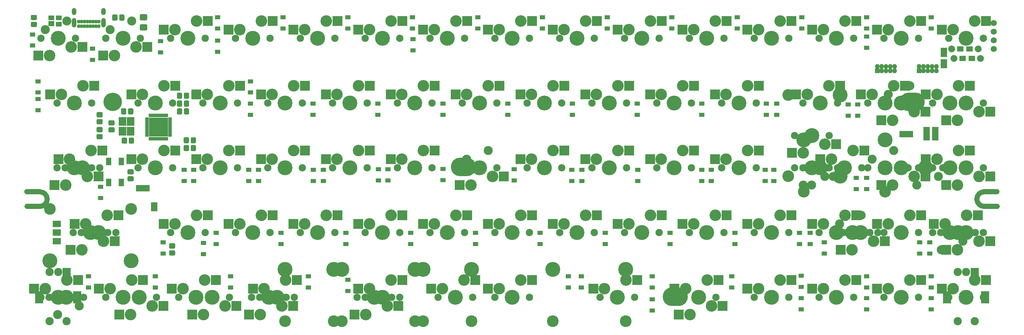
<source format=gbs>
G04 #@! TF.GenerationSoftware,KiCad,Pcbnew,(5.1.6-0-10_14)*
G04 #@! TF.CreationDate,2020-10-11T16:31:34+09:00*
G04 #@! TF.ProjectId,Jones,4a6f6e65-732e-46b6-9963-61645f706362,v.0.2*
G04 #@! TF.SameCoordinates,Original*
G04 #@! TF.FileFunction,Soldermask,Bot*
G04 #@! TF.FilePolarity,Negative*
%FSLAX46Y46*%
G04 Gerber Fmt 4.6, Leading zero omitted, Abs format (unit mm)*
G04 Created by KiCad (PCBNEW (5.1.6-0-10_14)) date 2020-10-11 16:31:34*
%MOMM*%
%LPD*%
G01*
G04 APERTURE LIST*
%ADD10C,1.500000*%
%ADD11C,3.400000*%
%ADD12C,4.387800*%
%ADD13C,2.150000*%
%ADD14R,2.950000X2.900000*%
%ADD15R,1.800000X1.600000*%
%ADD16R,1.800000X1.400000*%
%ADD17C,1.400000*%
%ADD18C,5.400000*%
%ADD19O,7.400240X5.400000*%
%ADD20R,2.200000X2.500000*%
%ADD21R,2.400000X2.400000*%
%ADD22C,2.400000*%
%ADD23R,2.400000X3.600000*%
%ADD24R,1.600000X1.300000*%
%ADD25R,1.500000X2.200000*%
%ADD26R,1.400000X1.900000*%
%ADD27C,1.797000*%
%ADD28R,0.650000X1.100000*%
%ADD29R,1.100000X0.650000*%
%ADD30R,1.687500X1.687500*%
%ADD31C,1.100000*%
%ADD32O,1.300000X2.800000*%
%ADD33O,1.300000X2.100000*%
%ADD34C,2.650000*%
%ADD35C,3.448000*%
%ADD36R,2.400000X1.924000*%
%ADD37R,1.900000X1.400000*%
%ADD38R,1.400000X1.400000*%
%ADD39O,1.400000X1.400000*%
%ADD40R,1.900000X1.600000*%
%ADD41C,2.000000*%
G04 APERTURE END LIST*
D10*
X22600000Y-76900000D02*
X26400000Y-76900000D01*
X22650000Y-81200000D02*
X26450000Y-81200000D01*
X307600000Y-81200000D02*
X303800000Y-81200000D01*
X307550000Y-76900000D02*
X303750000Y-76900000D01*
X301650000Y-79050000D02*
G75*
G03*
X303800000Y-81200000I2150000J0D01*
G01*
X301650000Y-79050000D02*
G75*
G02*
X303800000Y-76900000I2150000J0D01*
G01*
X28550000Y-79050000D02*
G75*
G02*
X26400000Y-81200000I-2150000J0D01*
G01*
X28550000Y-79050000D02*
G75*
G03*
X26400000Y-76900000I-2150000J0D01*
G01*
D11*
X139090000Y-64795200D03*
D12*
X136550000Y-69875200D03*
D11*
X132740000Y-67335200D03*
D13*
X131470000Y-69875200D03*
X141630000Y-69875200D03*
D14*
X129465000Y-67335200D03*
X142392000Y-64795200D03*
X266216840Y-26695040D03*
X253289840Y-29235040D03*
D13*
X265454840Y-31775040D03*
X255294840Y-31775040D03*
D11*
X256564840Y-29235040D03*
D12*
X260374840Y-31775040D03*
D11*
X262914840Y-26695040D03*
X281966080Y-26695080D03*
D12*
X279426080Y-31775080D03*
D11*
X275616080Y-29235080D03*
D13*
X274346080Y-31775080D03*
X284506080Y-31775080D03*
D14*
X272341080Y-29235080D03*
X285268080Y-26695080D03*
D11*
X120040000Y-64795200D03*
D12*
X117500000Y-69875200D03*
D11*
X113690000Y-67335200D03*
D13*
X112420000Y-69875200D03*
X122580000Y-69875200D03*
D14*
X110415000Y-67335200D03*
X123342000Y-64795200D03*
G36*
G01*
X24086956Y-24850040D02*
X25213044Y-24850040D01*
G75*
G02*
X25550000Y-25186996I0J-336956D01*
G01*
X25550000Y-26063084D01*
G75*
G02*
X25213044Y-26400040I-336956J0D01*
G01*
X24086956Y-26400040D01*
G75*
G02*
X23750000Y-26063084I0J336956D01*
G01*
X23750000Y-25186996D01*
G75*
G02*
X24086956Y-24850040I336956J0D01*
G01*
G37*
G36*
G01*
X24086956Y-26900040D02*
X25213044Y-26900040D01*
G75*
G02*
X25550000Y-27236996I0J-336956D01*
G01*
X25550000Y-28113084D01*
G75*
G02*
X25213044Y-28450040I-336956J0D01*
G01*
X24086956Y-28450040D01*
G75*
G02*
X23750000Y-28113084I0J336956D01*
G01*
X23750000Y-27236996D01*
G75*
G02*
X24086956Y-26900040I336956J0D01*
G01*
G37*
D15*
X29750000Y-27420040D03*
D16*
X29750000Y-25700040D03*
X31950000Y-25700040D03*
X31950000Y-27600040D03*
D17*
X305842035Y-76850000D03*
X305850000Y-81200000D03*
X302250000Y-80550000D03*
X303800000Y-76850000D03*
X303800000Y-81200000D03*
X301650000Y-79050000D03*
X302250000Y-77550000D03*
X27950000Y-80550000D03*
D18*
X47800000Y-50450000D03*
D19*
X150800000Y-69550000D03*
X213100000Y-107750000D03*
X282650000Y-50450000D03*
D17*
X47800000Y-48550000D03*
X45900000Y-50450000D03*
X49700000Y-50450000D03*
X47800000Y-52350000D03*
X46450000Y-49100000D03*
X49050000Y-49100000D03*
X46450000Y-51750000D03*
X49050000Y-51800000D03*
X282650000Y-48600000D03*
X282650000Y-52300000D03*
X283850000Y-52300000D03*
X281450000Y-52300000D03*
X281450000Y-48600000D03*
X283850000Y-48583000D03*
X213150000Y-105900000D03*
X213100000Y-109600000D03*
X214350000Y-105900000D03*
X211950000Y-105900000D03*
X211900000Y-109600000D03*
X214300000Y-109600000D03*
X150800000Y-67700000D03*
X152000000Y-67700000D03*
X149600000Y-67700000D03*
X150800000Y-71450000D03*
X149600000Y-71450000D03*
X152000000Y-71450000D03*
X28550000Y-79050000D03*
X26400000Y-76900000D03*
X26400000Y-81250000D03*
X27950000Y-77550000D03*
X24350000Y-76900000D03*
X24357965Y-81250000D03*
D14*
X66192000Y-45745120D03*
X53265000Y-48285120D03*
D13*
X65430000Y-50825120D03*
X55270000Y-50825120D03*
D11*
X56540000Y-48285120D03*
D12*
X60350000Y-50825120D03*
D11*
X62890000Y-45745120D03*
X62890000Y-64795200D03*
D12*
X60350000Y-69875200D03*
D11*
X56540000Y-67335200D03*
D13*
X55270000Y-69875200D03*
X65430000Y-69875200D03*
D14*
X53265000Y-67335200D03*
X66192000Y-64795200D03*
X180492640Y-64795200D03*
X167565640Y-67335200D03*
D13*
X179730640Y-69875200D03*
X169570640Y-69875200D03*
D11*
X170840640Y-67335200D03*
D12*
X174650640Y-69875200D03*
D11*
X177190640Y-64795200D03*
X39077500Y-45745120D03*
D12*
X36537500Y-50825120D03*
D11*
X32727500Y-48285120D03*
D13*
X31457500Y-50825120D03*
X41617500Y-50825120D03*
D14*
X29452500Y-48285120D03*
X42379500Y-45745120D03*
D20*
X53000000Y-56200040D03*
X53000000Y-59100040D03*
X50700000Y-59100040D03*
X50700000Y-56200040D03*
G36*
G01*
X51800000Y-52686996D02*
X51800000Y-53813084D01*
G75*
G02*
X51463044Y-54150040I-336956J0D01*
G01*
X50586956Y-54150040D01*
G75*
G02*
X50250000Y-53813084I0J336956D01*
G01*
X50250000Y-52686996D01*
G75*
G02*
X50586956Y-52350040I336956J0D01*
G01*
X51463044Y-52350040D01*
G75*
G02*
X51800000Y-52686996I0J-336956D01*
G01*
G37*
G36*
G01*
X53850000Y-52686996D02*
X53850000Y-53813084D01*
G75*
G02*
X53513044Y-54150040I-336956J0D01*
G01*
X52636956Y-54150040D01*
G75*
G02*
X52300000Y-53813084I0J336956D01*
G01*
X52300000Y-52686996D01*
G75*
G02*
X52636956Y-52350040I336956J0D01*
G01*
X53513044Y-52350040D01*
G75*
G02*
X53850000Y-52686996I0J-336956D01*
G01*
G37*
G36*
G01*
X48013044Y-57400040D02*
X46886956Y-57400040D01*
G75*
G02*
X46550000Y-57063084I0J336956D01*
G01*
X46550000Y-56186996D01*
G75*
G02*
X46886956Y-55850040I336956J0D01*
G01*
X48013044Y-55850040D01*
G75*
G02*
X48350000Y-56186996I0J-336956D01*
G01*
X48350000Y-57063084D01*
G75*
G02*
X48013044Y-57400040I-336956J0D01*
G01*
G37*
G36*
G01*
X48013044Y-59450040D02*
X46886956Y-59450040D01*
G75*
G02*
X46550000Y-59113084I0J336956D01*
G01*
X46550000Y-58236996D01*
G75*
G02*
X46886956Y-57900040I336956J0D01*
G01*
X48013044Y-57900040D01*
G75*
G02*
X48350000Y-58236996I0J-336956D01*
G01*
X48350000Y-59113084D01*
G75*
G02*
X48013044Y-59450040I-336956J0D01*
G01*
G37*
G36*
G01*
X50450000Y-62413084D02*
X50450000Y-61286996D01*
G75*
G02*
X50786956Y-60950040I336956J0D01*
G01*
X51663044Y-60950040D01*
G75*
G02*
X52000000Y-61286996I0J-336956D01*
G01*
X52000000Y-62413084D01*
G75*
G02*
X51663044Y-62750040I-336956J0D01*
G01*
X50786956Y-62750040D01*
G75*
G02*
X50450000Y-62413084I0J336956D01*
G01*
G37*
G36*
G01*
X52500000Y-62413084D02*
X52500000Y-61286996D01*
G75*
G02*
X52836956Y-60950040I336956J0D01*
G01*
X53713044Y-60950040D01*
G75*
G02*
X54050000Y-61286996I0J-336956D01*
G01*
X54050000Y-62413084D01*
G75*
G02*
X53713044Y-62750040I-336956J0D01*
G01*
X52836956Y-62750040D01*
G75*
G02*
X52500000Y-62413084I0J336956D01*
G01*
G37*
D21*
X300993580Y-100465550D03*
D22*
X298493580Y-100465550D03*
X295993580Y-100465550D03*
D23*
X304093580Y-107965550D03*
X292893580Y-107965550D03*
D22*
X300993580Y-114965550D03*
X295993580Y-114965550D03*
D14*
X44983000Y-36855040D03*
X57910000Y-34315040D03*
D13*
X45745000Y-31775040D03*
X55905000Y-31775040D03*
D11*
X54635000Y-34315040D03*
D12*
X50825000Y-31775040D03*
D11*
X48285000Y-36855040D03*
D24*
X106650000Y-51000040D03*
X106650000Y-54300040D03*
X25850000Y-44400040D03*
X25850000Y-47700040D03*
X41850000Y-34800040D03*
X41850000Y-38100040D03*
X78650000Y-25600040D03*
X78650000Y-28900040D03*
X97850000Y-25600040D03*
X97850000Y-28900040D03*
X116850000Y-25600040D03*
X116850000Y-28900040D03*
X135850000Y-25600040D03*
X135850000Y-28900040D03*
X155050000Y-25600040D03*
X155050000Y-28900040D03*
X174050000Y-25600040D03*
X174050000Y-28900040D03*
X193050000Y-25600040D03*
X193050000Y-28900040D03*
X212050000Y-25600040D03*
X212050000Y-28900040D03*
X231250000Y-25600040D03*
X231250000Y-28900040D03*
X250250000Y-25600040D03*
X250250000Y-28900040D03*
X269250000Y-25600040D03*
X269250000Y-28900040D03*
X269250000Y-31200040D03*
X269250000Y-34500040D03*
X266250000Y-72800040D03*
X266250000Y-76100040D03*
X25850000Y-52900040D03*
X25850000Y-49600040D03*
X88250000Y-47700040D03*
X88250000Y-44400040D03*
X88250000Y-51000040D03*
X88250000Y-54300040D03*
X125650000Y-54300040D03*
X125650000Y-51000040D03*
X144850000Y-51000040D03*
X144850000Y-54300040D03*
X220850000Y-54300040D03*
X220850000Y-51000040D03*
X239850000Y-54300040D03*
X239850000Y-51000040D03*
X163850000Y-51000040D03*
X163850000Y-54300040D03*
X182850000Y-51000040D03*
X182850000Y-54300040D03*
X201850000Y-51000040D03*
X201850000Y-54300040D03*
X242850000Y-51000040D03*
X242850000Y-54300040D03*
X263850000Y-51200040D03*
X263850000Y-54500040D03*
X288250000Y-25600040D03*
X288250000Y-28900040D03*
X44250000Y-75400040D03*
X44250000Y-78700040D03*
X68750000Y-70400040D03*
X68750000Y-73700040D03*
X87750000Y-70400040D03*
X87750000Y-73700040D03*
X106750000Y-70400040D03*
X106750000Y-73700040D03*
X125850000Y-73600040D03*
X125850000Y-70300040D03*
X128650000Y-73600040D03*
X128650000Y-70300040D03*
X220850000Y-73700040D03*
X220850000Y-70400040D03*
X239450000Y-73700040D03*
X239450000Y-70400040D03*
X165750000Y-73600040D03*
X165750000Y-70300040D03*
X185650000Y-73700040D03*
X185650000Y-70400040D03*
X202050000Y-73700040D03*
X202050000Y-70400040D03*
X242050000Y-73700040D03*
X242050000Y-70400040D03*
X266650000Y-54500040D03*
X266650000Y-51200040D03*
X74450000Y-95200040D03*
X74450000Y-91900040D03*
X78150000Y-92300040D03*
X78150000Y-89000040D03*
X97250000Y-92300040D03*
X97250000Y-89000040D03*
X116250000Y-92300040D03*
X116250000Y-89000040D03*
X135350000Y-92300040D03*
X135350000Y-89000040D03*
X154350000Y-92300040D03*
X154350000Y-89000040D03*
X230550000Y-92300040D03*
X230550000Y-89000040D03*
X249550000Y-92300040D03*
X249550000Y-89000040D03*
X173350000Y-92300040D03*
X173350000Y-89000040D03*
X192450000Y-92300040D03*
X192450000Y-89000040D03*
X211550000Y-92300040D03*
X211550000Y-89000040D03*
X256850000Y-95100040D03*
X256850000Y-91800040D03*
X284850000Y-95100040D03*
X284850000Y-91800040D03*
X40650000Y-105100040D03*
X40650000Y-101800040D03*
X82450000Y-105100040D03*
X82450000Y-101800040D03*
X105250000Y-105100040D03*
X105250000Y-101800040D03*
X116850000Y-106100040D03*
X116850000Y-102800040D03*
X229650000Y-105100040D03*
X229650000Y-101800040D03*
X269250000Y-105100040D03*
X269250000Y-101800040D03*
X288250000Y-101800040D03*
X288250000Y-105100040D03*
G36*
G01*
X57604824Y-29450040D02*
X56095176Y-29450040D01*
G75*
G02*
X55775000Y-29129864I0J320176D01*
G01*
X55775000Y-27945216D01*
G75*
G02*
X56095176Y-27625040I320176J0D01*
G01*
X57604824Y-27625040D01*
G75*
G02*
X57925000Y-27945216I0J-320176D01*
G01*
X57925000Y-29129864D01*
G75*
G02*
X57604824Y-29450040I-320176J0D01*
G01*
G37*
G36*
G01*
X57604824Y-26475040D02*
X56095176Y-26475040D01*
G75*
G02*
X55775000Y-26154864I0J320176D01*
G01*
X55775000Y-24970216D01*
G75*
G02*
X56095176Y-24650040I320176J0D01*
G01*
X57604824Y-24650040D01*
G75*
G02*
X57925000Y-24970216I0J-320176D01*
G01*
X57925000Y-26154864D01*
G75*
G02*
X57604824Y-26475040I-320176J0D01*
G01*
G37*
D25*
X50293860Y-74165870D03*
X46593860Y-67965870D03*
X46593860Y-74165870D03*
X50293860Y-67965870D03*
D24*
X250050000Y-104900040D03*
X250050000Y-101600040D03*
X250050000Y-108200040D03*
X250050000Y-111500040D03*
D11*
X29235000Y-36855040D03*
D12*
X31775000Y-31775040D03*
D11*
X35585000Y-34315040D03*
D13*
X36855000Y-31775040D03*
X26695000Y-31775040D03*
D14*
X38860000Y-34315040D03*
X25933000Y-36855040D03*
D11*
X72415000Y-83845280D03*
D12*
X69875000Y-88925280D03*
D11*
X66065000Y-86385280D03*
D13*
X64795000Y-88925280D03*
X74955000Y-88925280D03*
D14*
X62790000Y-86385280D03*
X75717000Y-83845280D03*
D11*
X72415000Y-26695040D03*
D12*
X69875000Y-31775040D03*
D11*
X66065000Y-29235040D03*
D13*
X64795000Y-31775040D03*
X74955000Y-31775040D03*
D14*
X62790000Y-29235040D03*
X75717000Y-26695040D03*
X85242000Y-45745120D03*
X72315000Y-48285120D03*
D13*
X84480000Y-50825120D03*
X74320000Y-50825120D03*
D11*
X75590000Y-48285120D03*
D12*
X79400000Y-50825120D03*
D11*
X81940000Y-45745120D03*
X81940000Y-64795200D03*
D12*
X79400000Y-69875200D03*
D11*
X75590000Y-67335200D03*
D13*
X74320000Y-69875200D03*
X84480000Y-69875200D03*
D14*
X72315000Y-67335200D03*
X85242000Y-64795200D03*
D11*
X91465000Y-83845280D03*
D12*
X88925000Y-88925280D03*
D11*
X85115000Y-86385280D03*
D13*
X83845000Y-88925280D03*
X94005000Y-88925280D03*
D14*
X81840000Y-86385280D03*
X94767000Y-83845280D03*
D11*
X91465000Y-26695040D03*
D12*
X88925000Y-31775040D03*
D11*
X85115000Y-29235040D03*
D13*
X83845000Y-31775040D03*
X94005000Y-31775040D03*
D14*
X81840000Y-29235040D03*
X94767000Y-26695040D03*
X104292000Y-45745120D03*
X91365000Y-48285120D03*
D13*
X103530000Y-50825120D03*
X93370000Y-50825120D03*
D11*
X94640000Y-48285120D03*
D12*
X98450000Y-50825120D03*
D11*
X100990000Y-45745120D03*
X100990000Y-64795200D03*
D12*
X98450000Y-69875200D03*
D11*
X94640000Y-67335200D03*
D13*
X93370000Y-69875200D03*
X103530000Y-69875200D03*
D14*
X91365000Y-67335200D03*
X104292000Y-64795200D03*
D11*
X110515000Y-83845280D03*
D12*
X107975000Y-88925280D03*
D11*
X104165000Y-86385280D03*
D13*
X102895000Y-88925280D03*
X113055000Y-88925280D03*
D14*
X100890000Y-86385280D03*
X113817000Y-83845280D03*
D11*
X110515000Y-26695040D03*
D12*
X107975000Y-31775040D03*
D11*
X104165000Y-29235040D03*
D13*
X102895000Y-31775040D03*
X113055000Y-31775040D03*
D14*
X100890000Y-29235040D03*
X113817000Y-26695040D03*
X123342000Y-45745120D03*
X110415000Y-48285120D03*
D13*
X122580000Y-50825120D03*
X112420000Y-50825120D03*
D11*
X113690000Y-48285120D03*
D12*
X117500000Y-50825120D03*
D11*
X120040000Y-45745120D03*
X129565000Y-83845280D03*
D12*
X127025000Y-88925280D03*
D11*
X123215000Y-86385280D03*
D13*
X121945000Y-88925280D03*
X132105000Y-88925280D03*
D14*
X119940000Y-86385280D03*
X132867000Y-83845280D03*
D11*
X129565000Y-26695040D03*
D12*
X127025000Y-31775040D03*
D11*
X123215000Y-29235040D03*
D13*
X121945000Y-31775040D03*
X132105000Y-31775040D03*
D14*
X119940000Y-29235040D03*
X132867000Y-26695040D03*
X142392000Y-45745120D03*
X129465000Y-48285120D03*
D13*
X141630000Y-50825120D03*
X131470000Y-50825120D03*
D11*
X132740000Y-48285120D03*
D12*
X136550000Y-50825120D03*
D11*
X139090000Y-45745120D03*
X148615000Y-83845280D03*
D12*
X146075000Y-88925280D03*
D11*
X142265000Y-86385280D03*
D13*
X140995000Y-88925280D03*
X151155000Y-88925280D03*
D14*
X138990000Y-86385280D03*
X151917000Y-83845280D03*
X151917000Y-26695040D03*
X138990000Y-29235040D03*
D13*
X151155000Y-31775040D03*
X140995000Y-31775040D03*
D11*
X142265000Y-29235040D03*
D12*
X146075000Y-31775040D03*
D11*
X148615000Y-26695040D03*
D14*
X218592800Y-45745160D03*
X205665800Y-48285160D03*
D13*
X217830800Y-50825160D03*
X207670800Y-50825160D03*
D11*
X208940800Y-48285160D03*
D12*
X212750800Y-50825160D03*
D11*
X215290800Y-45745160D03*
X215290800Y-64795240D03*
D12*
X212750800Y-69875240D03*
D11*
X208940800Y-67335240D03*
D13*
X207670800Y-69875240D03*
X217830800Y-69875240D03*
D14*
X205665800Y-67335240D03*
X218592800Y-64795240D03*
D11*
X224815840Y-83845320D03*
D12*
X222275840Y-88925320D03*
D11*
X218465840Y-86385320D03*
D13*
X217195840Y-88925320D03*
X227355840Y-88925320D03*
D14*
X215190840Y-86385320D03*
X228117840Y-83845320D03*
X237642880Y-45745160D03*
X224715880Y-48285160D03*
D13*
X236880880Y-50825160D03*
X226720880Y-50825160D03*
D11*
X227990880Y-48285160D03*
D12*
X231800880Y-50825160D03*
D11*
X234340880Y-45745160D03*
D14*
X237642880Y-64795240D03*
X224715880Y-67335240D03*
D13*
X236880880Y-69875240D03*
X226720880Y-69875240D03*
D11*
X227990880Y-67335240D03*
D12*
X231800880Y-69875240D03*
D11*
X234340880Y-64795240D03*
X243865920Y-83845320D03*
D12*
X241325920Y-88925320D03*
D11*
X237515920Y-86385320D03*
D13*
X236245920Y-88925320D03*
X246405920Y-88925320D03*
D14*
X234240920Y-86385320D03*
X247167920Y-83845320D03*
X304318160Y-26695080D03*
X291391160Y-29235080D03*
D13*
X303556160Y-31775080D03*
X293396160Y-31775080D03*
D11*
X294666160Y-29235080D03*
D12*
X298476160Y-31775080D03*
D11*
X301016160Y-26695080D03*
D14*
X161442560Y-45745120D03*
X148515560Y-48285120D03*
D13*
X160680560Y-50825120D03*
X150520560Y-50825120D03*
D11*
X151790560Y-48285120D03*
D12*
X155600560Y-50825120D03*
D11*
X158140560Y-45745120D03*
X167665600Y-83845280D03*
D12*
X165125600Y-88925280D03*
D11*
X161315600Y-86385280D03*
D13*
X160045600Y-88925280D03*
X170205600Y-88925280D03*
D14*
X158040600Y-86385280D03*
X170967600Y-83845280D03*
D11*
X167665600Y-26695080D03*
D12*
X165125600Y-31775080D03*
D11*
X161315600Y-29235080D03*
D13*
X160045600Y-31775080D03*
X170205600Y-31775080D03*
D14*
X158040600Y-29235080D03*
X170967600Y-26695080D03*
X180492640Y-45745160D03*
X167565640Y-48285160D03*
D13*
X179730640Y-50825160D03*
X169570640Y-50825160D03*
D11*
X170840640Y-48285160D03*
D12*
X174650640Y-50825160D03*
D11*
X177190640Y-45745160D03*
X186715680Y-83845280D03*
D12*
X184175680Y-88925280D03*
D11*
X180365680Y-86385280D03*
D13*
X179095680Y-88925280D03*
X189255680Y-88925280D03*
D14*
X177090680Y-86385280D03*
X190017680Y-83845280D03*
X190017680Y-26695040D03*
X177090680Y-29235040D03*
D13*
X189255680Y-31775040D03*
X179095680Y-31775040D03*
D11*
X180365680Y-29235040D03*
D12*
X184175680Y-31775040D03*
D11*
X186715680Y-26695040D03*
D14*
X199542720Y-45745160D03*
X186615720Y-48285160D03*
D13*
X198780720Y-50825160D03*
X188620720Y-50825160D03*
D11*
X189890720Y-48285160D03*
D12*
X193700720Y-50825160D03*
D11*
X196240720Y-45745160D03*
D14*
X199542720Y-64795240D03*
X186615720Y-67335240D03*
D13*
X198780720Y-69875240D03*
X188620720Y-69875240D03*
D11*
X189890720Y-67335240D03*
D12*
X193700720Y-69875240D03*
D11*
X196240720Y-64795240D03*
X205765760Y-26695040D03*
D12*
X203225760Y-31775040D03*
D11*
X199415760Y-29235040D03*
D13*
X198145760Y-31775040D03*
X208305760Y-31775040D03*
D14*
X196140760Y-29235040D03*
X209067760Y-26695040D03*
X228116840Y-26695040D03*
X215189840Y-29235040D03*
D13*
X227354840Y-31775040D03*
X217194840Y-31775040D03*
D11*
X218464840Y-29235040D03*
D12*
X222274840Y-31775040D03*
D11*
X224814840Y-26695040D03*
X243864840Y-26695040D03*
D12*
X241324840Y-31775040D03*
D11*
X237514840Y-29235040D03*
D13*
X236244840Y-31775040D03*
X246404840Y-31775040D03*
D14*
X234239840Y-29235040D03*
X247166840Y-26695040D03*
X285268080Y-83845320D03*
X272341080Y-86385320D03*
D13*
X284506080Y-88925320D03*
X274346080Y-88925320D03*
D11*
X275616080Y-86385320D03*
D12*
X279426080Y-88925320D03*
D11*
X281966080Y-83845320D03*
D24*
X269250000Y-76100040D03*
X269250000Y-72800040D03*
X60350000Y-105100040D03*
X60350000Y-101800040D03*
X181650000Y-105100040D03*
X181650000Y-101800040D03*
X206250000Y-101800040D03*
X206250000Y-105100040D03*
X287850000Y-91800040D03*
X287850000Y-95100040D03*
D14*
X292634160Y-94005320D03*
X305561160Y-91465320D03*
D13*
X293396160Y-88925320D03*
X303556160Y-88925320D03*
D11*
X302286160Y-91465320D03*
D12*
X298476160Y-88925320D03*
D11*
X295936160Y-94005320D03*
X281966080Y-102895360D03*
D12*
X279426080Y-107975360D03*
D11*
X275616080Y-105435360D03*
D13*
X274346080Y-107975360D03*
X284506080Y-107975360D03*
D14*
X272341080Y-105435360D03*
X285268080Y-102895360D03*
D11*
X205765760Y-83845320D03*
D12*
X203225760Y-88925320D03*
D11*
X199415760Y-86385320D03*
D13*
X198145760Y-88925320D03*
X208305760Y-88925320D03*
D14*
X196140760Y-86385320D03*
X209067760Y-83845320D03*
G36*
G01*
X66650000Y-53813084D02*
X66650000Y-52686996D01*
G75*
G02*
X66986956Y-52350040I336956J0D01*
G01*
X67863044Y-52350040D01*
G75*
G02*
X68200000Y-52686996I0J-336956D01*
G01*
X68200000Y-53813084D01*
G75*
G02*
X67863044Y-54150040I-336956J0D01*
G01*
X66986956Y-54150040D01*
G75*
G02*
X66650000Y-53813084I0J336956D01*
G01*
G37*
G36*
G01*
X68700000Y-53813084D02*
X68700000Y-52686996D01*
G75*
G02*
X69036956Y-52350040I336956J0D01*
G01*
X69913044Y-52350040D01*
G75*
G02*
X70250000Y-52686996I0J-336956D01*
G01*
X70250000Y-53813084D01*
G75*
G02*
X69913044Y-54150040I-336956J0D01*
G01*
X69036956Y-54150040D01*
G75*
G02*
X68700000Y-53813084I0J336956D01*
G01*
G37*
G36*
G01*
X68700000Y-51513084D02*
X68700000Y-50386996D01*
G75*
G02*
X69036956Y-50050040I336956J0D01*
G01*
X69913044Y-50050040D01*
G75*
G02*
X70250000Y-50386996I0J-336956D01*
G01*
X70250000Y-51513084D01*
G75*
G02*
X69913044Y-51850040I-336956J0D01*
G01*
X69036956Y-51850040D01*
G75*
G02*
X68700000Y-51513084I0J336956D01*
G01*
G37*
G36*
G01*
X66650000Y-51513084D02*
X66650000Y-50386996D01*
G75*
G02*
X66986956Y-50050040I336956J0D01*
G01*
X67863044Y-50050040D01*
G75*
G02*
X68200000Y-50386996I0J-336956D01*
G01*
X68200000Y-51513084D01*
G75*
G02*
X67863044Y-51850040I-336956J0D01*
G01*
X66986956Y-51850040D01*
G75*
G02*
X66650000Y-51513084I0J336956D01*
G01*
G37*
G36*
G01*
X68650000Y-62313084D02*
X68650000Y-61186996D01*
G75*
G02*
X68986956Y-60850040I336956J0D01*
G01*
X69863044Y-60850040D01*
G75*
G02*
X70200000Y-61186996I0J-336956D01*
G01*
X70200000Y-62313084D01*
G75*
G02*
X69863044Y-62650040I-336956J0D01*
G01*
X68986956Y-62650040D01*
G75*
G02*
X68650000Y-62313084I0J336956D01*
G01*
G37*
G36*
G01*
X70700000Y-62313084D02*
X70700000Y-61186996D01*
G75*
G02*
X71036956Y-60850040I336956J0D01*
G01*
X71913044Y-60850040D01*
G75*
G02*
X72250000Y-61186996I0J-336956D01*
G01*
X72250000Y-62313084D01*
G75*
G02*
X71913044Y-62650040I-336956J0D01*
G01*
X71036956Y-62650040D01*
G75*
G02*
X70700000Y-62313084I0J336956D01*
G01*
G37*
D26*
X57950000Y-75850040D03*
X56650000Y-75850040D03*
X55350000Y-75850040D03*
D27*
X306650000Y-34850040D03*
X306650000Y-32310040D03*
X306650000Y-29770040D03*
X306650000Y-27230040D03*
G36*
G01*
X44513044Y-55000040D02*
X43386956Y-55000040D01*
G75*
G02*
X43050000Y-54663084I0J336956D01*
G01*
X43050000Y-53786996D01*
G75*
G02*
X43386956Y-53450040I336956J0D01*
G01*
X44513044Y-53450040D01*
G75*
G02*
X44850000Y-53786996I0J-336956D01*
G01*
X44850000Y-54663084D01*
G75*
G02*
X44513044Y-55000040I-336956J0D01*
G01*
G37*
G36*
G01*
X44513044Y-57050040D02*
X43386956Y-57050040D01*
G75*
G02*
X43050000Y-56713084I0J336956D01*
G01*
X43050000Y-55836996D01*
G75*
G02*
X43386956Y-55500040I336956J0D01*
G01*
X44513044Y-55500040D01*
G75*
G02*
X44850000Y-55836996I0J-336956D01*
G01*
X44850000Y-56713084D01*
G75*
G02*
X44513044Y-57050040I-336956J0D01*
G01*
G37*
G36*
G01*
X44513044Y-61450040D02*
X43386956Y-61450040D01*
G75*
G02*
X43050000Y-61113084I0J336956D01*
G01*
X43050000Y-60236996D01*
G75*
G02*
X43386956Y-59900040I336956J0D01*
G01*
X44513044Y-59900040D01*
G75*
G02*
X44850000Y-60236996I0J-336956D01*
G01*
X44850000Y-61113084D01*
G75*
G02*
X44513044Y-61450040I-336956J0D01*
G01*
G37*
G36*
G01*
X44513044Y-59400040D02*
X43386956Y-59400040D01*
G75*
G02*
X43050000Y-59063084I0J336956D01*
G01*
X43050000Y-58186996D01*
G75*
G02*
X43386956Y-57850040I336956J0D01*
G01*
X44513044Y-57850040D01*
G75*
G02*
X44850000Y-58186996I0J-336956D01*
G01*
X44850000Y-59063084D01*
G75*
G02*
X44513044Y-59400040I-336956J0D01*
G01*
G37*
G36*
G01*
X52486956Y-72300040D02*
X53613044Y-72300040D01*
G75*
G02*
X53950000Y-72636996I0J-336956D01*
G01*
X53950000Y-73513084D01*
G75*
G02*
X53613044Y-73850040I-336956J0D01*
G01*
X52486956Y-73850040D01*
G75*
G02*
X52150000Y-73513084I0J336956D01*
G01*
X52150000Y-72636996D01*
G75*
G02*
X52486956Y-72300040I336956J0D01*
G01*
G37*
G36*
G01*
X52486956Y-70250040D02*
X53613044Y-70250040D01*
G75*
G02*
X53950000Y-70586996I0J-336956D01*
G01*
X53950000Y-71463084D01*
G75*
G02*
X53613044Y-71800040I-336956J0D01*
G01*
X52486956Y-71800040D01*
G75*
G02*
X52150000Y-71463084I0J336956D01*
G01*
X52150000Y-70586996D01*
G75*
G02*
X52486956Y-70250040I336956J0D01*
G01*
G37*
G36*
G01*
X70250000Y-48086996D02*
X70250000Y-49213084D01*
G75*
G02*
X69913044Y-49550040I-336956J0D01*
G01*
X69036956Y-49550040D01*
G75*
G02*
X68700000Y-49213084I0J336956D01*
G01*
X68700000Y-48086996D01*
G75*
G02*
X69036956Y-47750040I336956J0D01*
G01*
X69913044Y-47750040D01*
G75*
G02*
X70250000Y-48086996I0J-336956D01*
G01*
G37*
G36*
G01*
X68200000Y-48086996D02*
X68200000Y-49213084D01*
G75*
G02*
X67863044Y-49550040I-336956J0D01*
G01*
X66986956Y-49550040D01*
G75*
G02*
X66650000Y-49213084I0J336956D01*
G01*
X66650000Y-48086996D01*
G75*
G02*
X66986956Y-47750040I336956J0D01*
G01*
X67863044Y-47750040D01*
G75*
G02*
X68200000Y-48086996I0J-336956D01*
G01*
G37*
D14*
X30695500Y-74955200D03*
X43622500Y-72415200D03*
D13*
X31457500Y-69875200D03*
X41617500Y-69875200D03*
D11*
X40347500Y-72415200D03*
D12*
X36537500Y-69875200D03*
D11*
X33997500Y-74955200D03*
X258153480Y-45745160D03*
D12*
X255613480Y-50825160D03*
D11*
X251803480Y-48285160D03*
D13*
X250533480Y-50825160D03*
X260693480Y-50825160D03*
D14*
X248528480Y-48285160D03*
X261455480Y-45745160D03*
D11*
X262916000Y-102895360D03*
D12*
X260376000Y-107975360D03*
D11*
X256566000Y-105435360D03*
D13*
X255296000Y-107975360D03*
X265456000Y-107975360D03*
D14*
X253291000Y-105435360D03*
X266218000Y-102895360D03*
G36*
G01*
X49700000Y-26213084D02*
X49700000Y-25086996D01*
G75*
G02*
X50036956Y-24750040I336956J0D01*
G01*
X50913044Y-24750040D01*
G75*
G02*
X51250000Y-25086996I0J-336956D01*
G01*
X51250000Y-26213084D01*
G75*
G02*
X50913044Y-26550040I-336956J0D01*
G01*
X50036956Y-26550040D01*
G75*
G02*
X49700000Y-26213084I0J336956D01*
G01*
G37*
G36*
G01*
X47650000Y-26213084D02*
X47650000Y-25086996D01*
G75*
G02*
X47986956Y-24750040I336956J0D01*
G01*
X48863044Y-24750040D01*
G75*
G02*
X49200000Y-25086996I0J-336956D01*
G01*
X49200000Y-26213084D01*
G75*
G02*
X48863044Y-26550040I-336956J0D01*
G01*
X47986956Y-26550040D01*
G75*
G02*
X47650000Y-26213084I0J336956D01*
G01*
G37*
D28*
X63750000Y-61250040D03*
X63250000Y-61250040D03*
X62750000Y-61250040D03*
X62250000Y-61250040D03*
X61750000Y-61250040D03*
X61250000Y-61250040D03*
X60750000Y-61250040D03*
X60250000Y-61250040D03*
X59750000Y-61250040D03*
X59250000Y-61250040D03*
X58750000Y-61250040D03*
D29*
X57850000Y-60350040D03*
X57850000Y-59850040D03*
X57850000Y-59350040D03*
X57850000Y-58850040D03*
X57850000Y-58350040D03*
X57850000Y-57850040D03*
X57850000Y-57350040D03*
X57850000Y-56850040D03*
X57850000Y-56350040D03*
X57850000Y-55850040D03*
X57850000Y-55350040D03*
D28*
X58750000Y-54450040D03*
X59250000Y-54450040D03*
X59750000Y-54450040D03*
X60250000Y-54450040D03*
X60750000Y-54450040D03*
X61250000Y-54450040D03*
X61750000Y-54450040D03*
X62250000Y-54450040D03*
X62750000Y-54450040D03*
X63250000Y-54450040D03*
X63750000Y-54450040D03*
D29*
X64650000Y-55350040D03*
X64650000Y-55850040D03*
X64650000Y-56350040D03*
X64650000Y-56850040D03*
X64650000Y-57350040D03*
X64650000Y-57850040D03*
X64650000Y-58350040D03*
X64650000Y-58850040D03*
X64650000Y-59350040D03*
X64650000Y-59850040D03*
X64650000Y-60350040D03*
D30*
X59318750Y-55918790D03*
X60606250Y-55918790D03*
X61893750Y-55918790D03*
X63181250Y-55918790D03*
X59318750Y-57206290D03*
X60606250Y-57206290D03*
X61893750Y-57206290D03*
X63181250Y-57206290D03*
X59318750Y-58493790D03*
X60606250Y-58493790D03*
X61893750Y-58493790D03*
X63181250Y-58493790D03*
X59318750Y-59781290D03*
X60606250Y-59781290D03*
X61893750Y-59781290D03*
X63181250Y-59781290D03*
D24*
X24250000Y-33900040D03*
X24250000Y-30600040D03*
X61850000Y-32600040D03*
X61850000Y-35900040D03*
X78650000Y-35700040D03*
X78650000Y-32400040D03*
X71550000Y-70400040D03*
X71550000Y-73700040D03*
X90650000Y-73700040D03*
X90650000Y-70400040D03*
X109650000Y-70400040D03*
X109650000Y-73700040D03*
X136050000Y-35300040D03*
X136050000Y-32000040D03*
X144850000Y-70200040D03*
X144850000Y-73500040D03*
X182650000Y-73700040D03*
X182650000Y-70400040D03*
X185450000Y-101800040D03*
X185450000Y-105100040D03*
X206250000Y-111850000D03*
X206250000Y-108550000D03*
X223650000Y-70400040D03*
X223650000Y-73700040D03*
X252650000Y-92300040D03*
X252650000Y-89000040D03*
X269250000Y-108200040D03*
X269250000Y-111500040D03*
X288250000Y-111500040D03*
X288250000Y-108200040D03*
X62650000Y-91800040D03*
X62650000Y-95100040D03*
G36*
G01*
X64686956Y-92050040D02*
X65813044Y-92050040D01*
G75*
G02*
X66150000Y-92386996I0J-336956D01*
G01*
X66150000Y-93263084D01*
G75*
G02*
X65813044Y-93600040I-336956J0D01*
G01*
X64686956Y-93600040D01*
G75*
G02*
X64350000Y-93263084I0J336956D01*
G01*
X64350000Y-92386996D01*
G75*
G02*
X64686956Y-92050040I336956J0D01*
G01*
G37*
G36*
G01*
X64686956Y-94100040D02*
X65813044Y-94100040D01*
G75*
G02*
X66150000Y-94436996I0J-336956D01*
G01*
X66150000Y-95313084D01*
G75*
G02*
X65813044Y-95650040I-336956J0D01*
G01*
X64686956Y-95650040D01*
G75*
G02*
X64350000Y-95313084I0J336956D01*
G01*
X64350000Y-94436996D01*
G75*
G02*
X64686956Y-94100040I336956J0D01*
G01*
G37*
D14*
X299555640Y-45745160D03*
X286628640Y-48285160D03*
D13*
X298793640Y-50825160D03*
X288633640Y-50825160D03*
D11*
X289903640Y-48285160D03*
D12*
X293713640Y-50825160D03*
D11*
X296253640Y-45745160D03*
D21*
X34271347Y-100452828D03*
D22*
X31771347Y-100452828D03*
X29271347Y-100452828D03*
D23*
X37371347Y-107952828D03*
X26171347Y-107952828D03*
D22*
X34271347Y-114952828D03*
X29271347Y-114952828D03*
D31*
X37801552Y-28187233D03*
X38651552Y-28187233D03*
X39501552Y-28187233D03*
X40351552Y-28187233D03*
X41201552Y-28187233D03*
X42051552Y-28187233D03*
X42901552Y-28187233D03*
X43751552Y-28187233D03*
X38651552Y-26837233D03*
X40351552Y-26837233D03*
X39501552Y-26837233D03*
X37801552Y-26837233D03*
X42051552Y-26837233D03*
X42901552Y-26837233D03*
X43751552Y-26837233D03*
X41201552Y-26837233D03*
D32*
X36451552Y-27207233D03*
X45101552Y-27207233D03*
D33*
X36451552Y-23827233D03*
X45101552Y-23827233D03*
D14*
X299555640Y-64795240D03*
X286628640Y-67335240D03*
D13*
X298793640Y-69875240D03*
X288633640Y-69875240D03*
D11*
X289903640Y-67335240D03*
D12*
X293713640Y-69875240D03*
D11*
X296253640Y-64795240D03*
X277203560Y-45745160D03*
D12*
X274663560Y-50825160D03*
D11*
X270853560Y-48285160D03*
D13*
X269583560Y-50825160D03*
X279743560Y-50825160D03*
D14*
X267578560Y-48285160D03*
X280505560Y-45745160D03*
X292634160Y-55905160D03*
X305561160Y-53365160D03*
D13*
X293396160Y-50825160D03*
X303556160Y-50825160D03*
D11*
X302286160Y-53365160D03*
D12*
X298476160Y-50825160D03*
D11*
X295936160Y-55905160D03*
D14*
X292634160Y-74955240D03*
X305561160Y-72415240D03*
D13*
X293396160Y-69875240D03*
X303556160Y-69875240D03*
D11*
X302286160Y-72415240D03*
D12*
X298476160Y-69875240D03*
D11*
X295936160Y-74955240D03*
D14*
X101911060Y-102895400D03*
X88984060Y-105435400D03*
D13*
X101149060Y-107975400D03*
X90989060Y-107975400D03*
D11*
X92259060Y-105435400D03*
D12*
X96069060Y-107975400D03*
D11*
X98609060Y-102895400D03*
X41458820Y-64795240D03*
D12*
X38918820Y-69875240D03*
D11*
X35108820Y-67335240D03*
D13*
X33838820Y-69875240D03*
X43998820Y-69875240D03*
D14*
X31833820Y-67335240D03*
X44760820Y-64795240D03*
D13*
X250533480Y-69875240D03*
X260693480Y-69875240D03*
D34*
X259423480Y-72415240D03*
D12*
X255613480Y-69875240D03*
D34*
X253073480Y-74955240D03*
X291173640Y-94005320D03*
D12*
X293713640Y-88925320D03*
D34*
X297523640Y-91465320D03*
D13*
X298793640Y-88925320D03*
X288633640Y-88925320D03*
X281489860Y-69875240D03*
X291649860Y-69875240D03*
D34*
X290379860Y-72415240D03*
D12*
X286569860Y-69875240D03*
D34*
X284029860Y-74955240D03*
D14*
X71176980Y-113055400D03*
X84103980Y-110515400D03*
D13*
X71938980Y-107975400D03*
X82098980Y-107975400D03*
D11*
X80828980Y-110515400D03*
D12*
X77018980Y-107975400D03*
D11*
X74478980Y-113055400D03*
D14*
X49745640Y-113055400D03*
X62672640Y-110515400D03*
D13*
X50507640Y-107975400D03*
X60667640Y-107975400D03*
D11*
X59397640Y-110515400D03*
D12*
X55587640Y-107975400D03*
D11*
X53047640Y-113055400D03*
D14*
X78098460Y-102895400D03*
X65171460Y-105435400D03*
D13*
X77336460Y-107975400D03*
X67176460Y-107975400D03*
D11*
X68446460Y-105435400D03*
D12*
X72256460Y-107975400D03*
D11*
X74796460Y-102895400D03*
X46221340Y-83845320D03*
D12*
X43681340Y-88925320D03*
D11*
X39871340Y-86385320D03*
D13*
X38601340Y-88925320D03*
X48761340Y-88925320D03*
D14*
X36596340Y-86385320D03*
X49523340Y-83845320D03*
D11*
X243865920Y-102895400D03*
D12*
X241325920Y-107975400D03*
D11*
X237515920Y-105435400D03*
D13*
X236245920Y-107975400D03*
X246405920Y-107975400D03*
D14*
X234240920Y-105435400D03*
X247167920Y-102895400D03*
X87845800Y-113055400D03*
X100772800Y-110515400D03*
D13*
X88607800Y-107975400D03*
X98767800Y-107975400D03*
D11*
X97497800Y-110515400D03*
D12*
X93687800Y-107975400D03*
D11*
X91147800Y-113055400D03*
X198621980Y-102895400D03*
D12*
X196081980Y-107975400D03*
D11*
X192271980Y-105435400D03*
D13*
X191001980Y-107975400D03*
X201161980Y-107975400D03*
D14*
X188996980Y-105435400D03*
X201923980Y-102895400D03*
D11*
X222434580Y-102895400D03*
D12*
X219894580Y-107975400D03*
D11*
X216084580Y-105435400D03*
D13*
X214814580Y-107975400D03*
X224974580Y-107975400D03*
D14*
X212809580Y-105435400D03*
X225736580Y-102895400D03*
D13*
X270218520Y-88925320D03*
X260058520Y-88925320D03*
D34*
X261328520Y-86385320D03*
D12*
X265138520Y-88925320D03*
D34*
X267678520Y-83845320D03*
D11*
X264979780Y-94005320D03*
D12*
X267519780Y-88925320D03*
D11*
X271329780Y-91465320D03*
D13*
X272599780Y-88925320D03*
X262439780Y-88925320D03*
D14*
X274604780Y-91465320D03*
X261677780Y-94005320D03*
D11*
X262916000Y-83845320D03*
D12*
X260376000Y-88925320D03*
D11*
X256566000Y-86385320D03*
D13*
X255296000Y-88925320D03*
X265456000Y-88925320D03*
D14*
X253291000Y-86385320D03*
X266218000Y-83845320D03*
D11*
X167665600Y-102895400D03*
D12*
X165125600Y-107975400D03*
D11*
X161315600Y-105435400D03*
D13*
X160045600Y-107975400D03*
X170205600Y-107975400D03*
D14*
X158040600Y-105435400D03*
X170967600Y-102895400D03*
D35*
X177063600Y-114960400D03*
X153187600Y-114960400D03*
D12*
X177063600Y-99720400D03*
X153187600Y-99720400D03*
D11*
X150996780Y-102895400D03*
D12*
X148456780Y-107975400D03*
D11*
X144646780Y-105435400D03*
D13*
X143376780Y-107975400D03*
X153536780Y-107975400D03*
D14*
X141371780Y-105435400D03*
X154298780Y-102895400D03*
D35*
X198456680Y-114960400D03*
X98456880Y-114960400D03*
D12*
X198456680Y-99720400D03*
X98456880Y-99720400D03*
D11*
X53365120Y-102895400D03*
D12*
X50825120Y-107975400D03*
D11*
X47015120Y-105435400D03*
D13*
X45745120Y-107975400D03*
X55905120Y-107975400D03*
D14*
X43740120Y-105435400D03*
X56667120Y-102895400D03*
D11*
X38760080Y-94005320D03*
D12*
X41300080Y-88925320D03*
D11*
X45110080Y-91465320D03*
D13*
X46380080Y-88925320D03*
X36220080Y-88925320D03*
D14*
X48385080Y-91465320D03*
X35458080Y-94005320D03*
D35*
X29362080Y-81940320D03*
X53238080Y-81940320D03*
D12*
X29362080Y-97180320D03*
X53238080Y-97180320D03*
D13*
X29076300Y-107975400D03*
X39236300Y-107975400D03*
D34*
X37966300Y-110515400D03*
D12*
X34156300Y-107975400D03*
D34*
X31616300Y-113055400D03*
D11*
X122104180Y-113055400D03*
D12*
X124644180Y-107975400D03*
D11*
X128454180Y-110515400D03*
D13*
X129724180Y-107975400D03*
X119564180Y-107975400D03*
D14*
X131729180Y-110515400D03*
X118802180Y-113055400D03*
D35*
X112706180Y-114960400D03*
X136582180Y-114960400D03*
D12*
X112706180Y-99720400D03*
X136582180Y-99720400D03*
D11*
X129565440Y-102895400D03*
D12*
X127025440Y-107975400D03*
D11*
X123215440Y-105435400D03*
D13*
X121945440Y-107975400D03*
X132105440Y-107975400D03*
D14*
X119940440Y-105435400D03*
X132867440Y-102895400D03*
D35*
X138963440Y-114960400D03*
X115087440Y-114960400D03*
D12*
X138963440Y-99720400D03*
X115087440Y-99720400D03*
G36*
G01*
X72250000Y-63486996D02*
X72250000Y-64613084D01*
G75*
G02*
X71913044Y-64950040I-336956J0D01*
G01*
X71036956Y-64950040D01*
G75*
G02*
X70700000Y-64613084I0J336956D01*
G01*
X70700000Y-63486996D01*
G75*
G02*
X71036956Y-63150040I336956J0D01*
G01*
X71913044Y-63150040D01*
G75*
G02*
X72250000Y-63486996I0J-336956D01*
G01*
G37*
G36*
G01*
X70200000Y-63486996D02*
X70200000Y-64613084D01*
G75*
G02*
X69863044Y-64950040I-336956J0D01*
G01*
X68986956Y-64950040D01*
G75*
G02*
X68650000Y-64613084I0J336956D01*
G01*
X68650000Y-63486996D01*
G75*
G02*
X68986956Y-63150040I336956J0D01*
G01*
X69863044Y-63150040D01*
G75*
G02*
X70200000Y-63486996I0J-336956D01*
G01*
G37*
D11*
X250692220Y-65430200D03*
D12*
X253232220Y-60350200D03*
D11*
X257042220Y-62890200D03*
D13*
X258312220Y-60350200D03*
X248152220Y-60350200D03*
D14*
X260317220Y-62890200D03*
X247390220Y-65430200D03*
D11*
X153060560Y-74955240D03*
D12*
X155600560Y-69875240D03*
D11*
X159410560Y-72415240D03*
D13*
X160680560Y-69875240D03*
X150520560Y-69875240D03*
D14*
X162685560Y-72415240D03*
X149758560Y-74955240D03*
D13*
X160680560Y-69875240D03*
X150520560Y-69875240D03*
D34*
X151790560Y-67335240D03*
D12*
X155600560Y-69875240D03*
D34*
X158140560Y-64795240D03*
D11*
X265297260Y-64795240D03*
D12*
X262757260Y-69875240D03*
D11*
X258947260Y-67335240D03*
D13*
X257677260Y-69875240D03*
X267837260Y-69875240D03*
D14*
X255672260Y-67335240D03*
X268599260Y-64795240D03*
D35*
X274695260Y-76860240D03*
X250819260Y-76860240D03*
D12*
X274695260Y-61620240D03*
X250819260Y-61620240D03*
D36*
X31350000Y-86310040D03*
X31350000Y-88850040D03*
X31350000Y-91390040D03*
D11*
X298634900Y-83845320D03*
D12*
X296094900Y-88925320D03*
D11*
X292284900Y-86385320D03*
D13*
X291014900Y-88925320D03*
X301174900Y-88925320D03*
D14*
X289009900Y-86385320D03*
X301936900Y-83845320D03*
D11*
X217354580Y-113055400D03*
D12*
X219894580Y-107975400D03*
D11*
X223704580Y-110515400D03*
D13*
X224974580Y-107975400D03*
X214814580Y-107975400D03*
D14*
X226979580Y-110515400D03*
X214052580Y-113055400D03*
D37*
X286850000Y-61100000D03*
X286850000Y-59800000D03*
X286850000Y-58500000D03*
X289400000Y-61100000D03*
X289400000Y-59800000D03*
X289400000Y-58500000D03*
D34*
X277203560Y-64795240D03*
D12*
X274663560Y-69875240D03*
D34*
X270853560Y-67335240D03*
D13*
X269583560Y-69875240D03*
X279743560Y-69875240D03*
D11*
X276886080Y-74955240D03*
D12*
X279426080Y-69875240D03*
D11*
X283236080Y-72415240D03*
D13*
X284506080Y-69875240D03*
X274346080Y-69875240D03*
D14*
X286511080Y-72415240D03*
X273584080Y-74955240D03*
D13*
X248152220Y-69875240D03*
X258312220Y-69875240D03*
D34*
X257042220Y-72415240D03*
D12*
X253232220Y-69875240D03*
D34*
X250692220Y-74955240D03*
D35*
X246247220Y-48412200D03*
X246247220Y-72288200D03*
D12*
X261487220Y-48412200D03*
X261487220Y-72288200D03*
D38*
X272450000Y-41350000D03*
D39*
X272450000Y-40080000D03*
X273720000Y-41350000D03*
X273720000Y-40080000D03*
X274990000Y-41350000D03*
X274990000Y-40080000D03*
X276260000Y-41350000D03*
X276260000Y-40080000D03*
X277530000Y-41350000D03*
X277530000Y-40080000D03*
X289730000Y-40080000D03*
X289730000Y-41350000D03*
X288460000Y-40080000D03*
X288460000Y-41350000D03*
X287190000Y-40080000D03*
X287190000Y-41350000D03*
X285920000Y-40080000D03*
X285920000Y-41350000D03*
X284650000Y-40080000D03*
D38*
X284650000Y-41350000D03*
D37*
X291950000Y-38600040D03*
X291950000Y-39900040D03*
X291950000Y-35250040D03*
X291950000Y-36550040D03*
D40*
X300200000Y-37650040D03*
X297500000Y-37650040D03*
D41*
X294950000Y-37650040D03*
X302750000Y-37650040D03*
X302050000Y-34850040D03*
X294250000Y-34850040D03*
D40*
X296800000Y-34850040D03*
X299500000Y-34850040D03*
D13*
X55905000Y-31775040D03*
X45745000Y-31775040D03*
D34*
X47015000Y-29235040D03*
D12*
X50825000Y-31775040D03*
D34*
X53365000Y-26695040D03*
X34315040Y-26695080D03*
D12*
X31775040Y-31775080D03*
D34*
X27965040Y-29235080D03*
D13*
X26695040Y-31775080D03*
X36855040Y-31775080D03*
D11*
X301016160Y-102895400D03*
D12*
X298476160Y-107975400D03*
D11*
X294666160Y-105435400D03*
D13*
X293396160Y-107975400D03*
X303556160Y-107975400D03*
D14*
X291391160Y-105435400D03*
X304318160Y-102895400D03*
D11*
X34315040Y-102895400D03*
D12*
X31775040Y-107975400D03*
D11*
X27965040Y-105435400D03*
D13*
X26695040Y-107975400D03*
X36855040Y-107975400D03*
D14*
X24690040Y-105435400D03*
X37617040Y-102895400D03*
D37*
X60000000Y-81950000D03*
X60000000Y-80650000D03*
D11*
X276886080Y-55905160D03*
D12*
X279426080Y-50825160D03*
D11*
X283236080Y-53365160D03*
D13*
X284506080Y-50825160D03*
X274346080Y-50825160D03*
D14*
X286511080Y-53365160D03*
X273584080Y-55905160D03*
D13*
X284506080Y-50825160D03*
X274346080Y-50825160D03*
D34*
X275616080Y-48285160D03*
D12*
X279426080Y-50825160D03*
D34*
X281966080Y-45745160D03*
D26*
X279600000Y-59900000D03*
X280900000Y-59900000D03*
X282200000Y-59900000D03*
M02*

</source>
